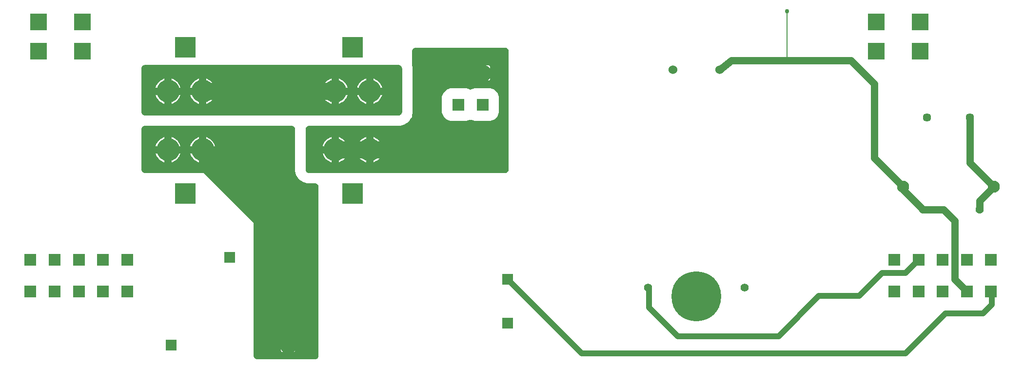
<source format=gbl>
G04 EAGLE Gerber RS-274X export*
G75*
%MOMM*%
%FSLAX34Y34*%
%LPD*%
%INBottom Copper*%
%IPPOS*%
%AMOC8*
5,1,8,0,0,1.08239X$1,22.5*%
G01*
%ADD10C,1.524000*%
%ADD11C,1.397000*%
%ADD12C,8.636000*%
%ADD13R,2.100000X2.100000*%
%ADD14C,1.450000*%
%ADD15C,2.100000*%
%ADD16C,1.430000*%
%ADD17R,1.905000X1.905000*%
%ADD18R,2.857500X2.857500*%
%ADD19C,4.000000*%
%ADD20R,3.556000X3.556000*%
%ADD21C,1.016000*%
%ADD22C,1.270000*%
%ADD23C,0.756400*%
%ADD24C,0.200000*%
%ADD25C,3.000000*%
%ADD26C,1.000000*%

G36*
X520003Y10161D02*
X520003Y10161D01*
X520006Y10161D01*
X520353Y10181D01*
X520711Y10201D01*
X520714Y10201D01*
X520717Y10201D01*
X521057Y10260D01*
X521414Y10320D01*
X521416Y10321D01*
X521419Y10321D01*
X521764Y10421D01*
X522098Y10517D01*
X522101Y10519D01*
X522104Y10519D01*
X522428Y10654D01*
X522756Y10790D01*
X522759Y10792D01*
X522761Y10793D01*
X523073Y10965D01*
X523380Y11135D01*
X523382Y11137D01*
X523385Y11138D01*
X523682Y11349D01*
X523961Y11547D01*
X523963Y11549D01*
X523965Y11551D01*
X524233Y11791D01*
X524492Y12022D01*
X524494Y12025D01*
X524496Y12026D01*
X524734Y12294D01*
X524966Y12554D01*
X524968Y12556D01*
X524970Y12558D01*
X525168Y12839D01*
X525378Y13135D01*
X525380Y13138D01*
X525381Y13140D01*
X525544Y13436D01*
X525722Y13759D01*
X525723Y13762D01*
X525725Y13764D01*
X525853Y14074D01*
X525994Y14417D01*
X525995Y14420D01*
X525996Y14423D01*
X526087Y14741D01*
X526191Y15102D01*
X526192Y15105D01*
X526192Y15107D01*
X526252Y15461D01*
X526310Y15804D01*
X526310Y15807D01*
X526311Y15810D01*
X526349Y16510D01*
X526349Y309300D01*
X526349Y309303D01*
X526349Y309306D01*
X526329Y309653D01*
X526309Y310011D01*
X526309Y310014D01*
X526309Y310017D01*
X526250Y310357D01*
X526190Y310714D01*
X526189Y310716D01*
X526189Y310719D01*
X526089Y311064D01*
X525993Y311398D01*
X525991Y311401D01*
X525991Y311404D01*
X525856Y311728D01*
X525720Y312056D01*
X525718Y312059D01*
X525717Y312061D01*
X525545Y312373D01*
X525375Y312680D01*
X525373Y312682D01*
X525372Y312685D01*
X525161Y312982D01*
X524963Y313261D01*
X524961Y313263D01*
X524959Y313265D01*
X524734Y313517D01*
X524488Y313792D01*
X524485Y313794D01*
X524484Y313796D01*
X524222Y314029D01*
X523956Y314266D01*
X523954Y314268D01*
X523952Y314270D01*
X523671Y314468D01*
X523375Y314678D01*
X523372Y314680D01*
X523370Y314681D01*
X523074Y314844D01*
X522751Y315022D01*
X522748Y315023D01*
X522746Y315025D01*
X522428Y315156D01*
X522093Y315294D01*
X522090Y315295D01*
X522087Y315296D01*
X521758Y315391D01*
X521408Y315491D01*
X521405Y315492D01*
X521403Y315492D01*
X521049Y315552D01*
X520706Y315610D01*
X520703Y315610D01*
X520700Y315611D01*
X520000Y315649D01*
X506794Y315649D01*
X500601Y317309D01*
X495048Y320515D01*
X490515Y325048D01*
X487309Y330601D01*
X485649Y336794D01*
X485649Y409300D01*
X485649Y409303D01*
X485649Y409306D01*
X485629Y409653D01*
X485609Y410011D01*
X485609Y410014D01*
X485609Y410017D01*
X485550Y410357D01*
X485490Y410714D01*
X485489Y410716D01*
X485489Y410719D01*
X485389Y411064D01*
X485293Y411398D01*
X485291Y411401D01*
X485291Y411404D01*
X485156Y411728D01*
X485020Y412056D01*
X485018Y412059D01*
X485017Y412061D01*
X484845Y412373D01*
X484675Y412680D01*
X484673Y412682D01*
X484672Y412685D01*
X484461Y412982D01*
X484263Y413261D01*
X484261Y413263D01*
X484259Y413265D01*
X484019Y413533D01*
X483788Y413792D01*
X483785Y413794D01*
X483784Y413796D01*
X483516Y414034D01*
X483256Y414266D01*
X483254Y414268D01*
X483252Y414270D01*
X482971Y414468D01*
X482675Y414678D01*
X482672Y414680D01*
X482670Y414681D01*
X482374Y414844D01*
X482051Y415022D01*
X482048Y415023D01*
X482046Y415025D01*
X481728Y415156D01*
X481393Y415294D01*
X481390Y415295D01*
X481387Y415296D01*
X481058Y415391D01*
X480708Y415491D01*
X480705Y415492D01*
X480703Y415492D01*
X480349Y415552D01*
X480006Y415610D01*
X480003Y415610D01*
X480000Y415611D01*
X479300Y415649D01*
X225000Y415649D01*
X224997Y415649D01*
X224994Y415649D01*
X224647Y415629D01*
X224289Y415609D01*
X224286Y415609D01*
X224283Y415609D01*
X223943Y415550D01*
X223586Y415490D01*
X223584Y415489D01*
X223581Y415489D01*
X223236Y415389D01*
X222902Y415293D01*
X222899Y415291D01*
X222896Y415291D01*
X222572Y415156D01*
X222244Y415020D01*
X222241Y415018D01*
X222239Y415017D01*
X221927Y414845D01*
X221620Y414675D01*
X221618Y414673D01*
X221615Y414672D01*
X221318Y414461D01*
X221039Y414263D01*
X221037Y414261D01*
X221035Y414259D01*
X220767Y414019D01*
X220508Y413788D01*
X220507Y413785D01*
X220504Y413784D01*
X220266Y413516D01*
X220034Y413256D01*
X220032Y413254D01*
X220030Y413252D01*
X219832Y412971D01*
X219622Y412675D01*
X219621Y412672D01*
X219619Y412670D01*
X219456Y412374D01*
X219278Y412051D01*
X219277Y412048D01*
X219275Y412046D01*
X219144Y411728D01*
X219006Y411393D01*
X219005Y411390D01*
X219004Y411387D01*
X218910Y411058D01*
X218809Y410708D01*
X218808Y410705D01*
X218808Y410703D01*
X218748Y410349D01*
X218690Y410006D01*
X218690Y410003D01*
X218689Y410000D01*
X218651Y409300D01*
X218651Y340000D01*
X218651Y339997D01*
X218651Y339994D01*
X218671Y339640D01*
X218691Y339289D01*
X218691Y339286D01*
X218691Y339283D01*
X218751Y338935D01*
X218810Y338586D01*
X218811Y338584D01*
X218811Y338581D01*
X218911Y338236D01*
X219007Y337902D01*
X219009Y337899D01*
X219009Y337896D01*
X219145Y337571D01*
X219280Y337244D01*
X219282Y337241D01*
X219283Y337239D01*
X219457Y336923D01*
X219625Y336620D01*
X219627Y336618D01*
X219628Y336615D01*
X219839Y336318D01*
X220038Y336039D01*
X220039Y336037D01*
X220041Y336035D01*
X220284Y335764D01*
X220512Y335508D01*
X220515Y335507D01*
X220516Y335504D01*
X220793Y335258D01*
X221044Y335034D01*
X221046Y335032D01*
X221048Y335030D01*
X221340Y334824D01*
X221625Y334622D01*
X221628Y334621D01*
X221630Y334619D01*
X221926Y334456D01*
X222249Y334278D01*
X222252Y334277D01*
X222254Y334275D01*
X222572Y334144D01*
X222907Y334006D01*
X222910Y334005D01*
X222913Y334004D01*
X223242Y333910D01*
X223592Y333809D01*
X223595Y333808D01*
X223598Y333808D01*
X223951Y333748D01*
X224294Y333690D01*
X224297Y333690D01*
X224300Y333689D01*
X225000Y333651D01*
X272063Y333651D01*
X272246Y333661D01*
X272429Y333661D01*
X272601Y333681D01*
X272774Y333691D01*
X272955Y333721D01*
X273137Y333742D01*
X273304Y333781D01*
X316695Y333781D01*
X316706Y333779D01*
X316875Y333740D01*
X317057Y333720D01*
X317237Y333689D01*
X317413Y333680D01*
X317583Y333661D01*
X317757Y333661D01*
X317937Y333651D01*
X327370Y333651D01*
X413651Y247370D01*
X413651Y16510D01*
X413651Y16507D01*
X413651Y16504D01*
X413671Y16157D01*
X413691Y15799D01*
X413691Y15796D01*
X413691Y15793D01*
X413751Y15442D01*
X413810Y15096D01*
X413811Y15094D01*
X413811Y15091D01*
X413915Y14734D01*
X414007Y14412D01*
X414009Y14409D01*
X414009Y14406D01*
X414147Y14076D01*
X414280Y13754D01*
X414282Y13751D01*
X414283Y13749D01*
X414455Y13437D01*
X414625Y13130D01*
X414627Y13128D01*
X414628Y13125D01*
X414843Y12823D01*
X415038Y12549D01*
X415039Y12547D01*
X415041Y12545D01*
X415281Y12277D01*
X415512Y12018D01*
X415515Y12016D01*
X415516Y12014D01*
X415784Y11776D01*
X416044Y11544D01*
X416046Y11542D01*
X416048Y11540D01*
X416329Y11342D01*
X416625Y11132D01*
X416628Y11130D01*
X416630Y11129D01*
X416926Y10966D01*
X417249Y10788D01*
X417252Y10787D01*
X417254Y10785D01*
X417572Y10654D01*
X417907Y10516D01*
X417910Y10515D01*
X417913Y10514D01*
X418242Y10419D01*
X418592Y10319D01*
X418595Y10318D01*
X418598Y10318D01*
X418951Y10258D01*
X419294Y10200D01*
X419297Y10200D01*
X419300Y10199D01*
X420000Y10161D01*
X520000Y10161D01*
X520003Y10161D01*
G37*
G36*
X562246Y333661D02*
X562246Y333661D01*
X562429Y333661D01*
X562601Y333681D01*
X562774Y333691D01*
X562955Y333721D01*
X563137Y333742D01*
X563304Y333781D01*
X606695Y333781D01*
X606706Y333779D01*
X606875Y333740D01*
X607057Y333720D01*
X607237Y333689D01*
X607413Y333680D01*
X607583Y333661D01*
X607757Y333661D01*
X607937Y333651D01*
X850000Y333651D01*
X850003Y333651D01*
X850006Y333651D01*
X850353Y333671D01*
X850711Y333691D01*
X850714Y333691D01*
X850717Y333691D01*
X851057Y333750D01*
X851414Y333810D01*
X851416Y333811D01*
X851419Y333811D01*
X851764Y333911D01*
X852098Y334007D01*
X852101Y334009D01*
X852104Y334009D01*
X852428Y334144D01*
X852756Y334280D01*
X852759Y334282D01*
X852761Y334283D01*
X853073Y334455D01*
X853380Y334625D01*
X853382Y334627D01*
X853385Y334628D01*
X853682Y334839D01*
X853961Y335038D01*
X853963Y335039D01*
X853965Y335041D01*
X854233Y335281D01*
X854492Y335512D01*
X854494Y335515D01*
X854496Y335516D01*
X854724Y335773D01*
X854966Y336044D01*
X854968Y336046D01*
X854970Y336048D01*
X855162Y336321D01*
X855378Y336625D01*
X855380Y336628D01*
X855381Y336630D01*
X855543Y336923D01*
X855722Y337249D01*
X855723Y337252D01*
X855725Y337254D01*
X855853Y337565D01*
X855994Y337907D01*
X855995Y337910D01*
X855996Y337913D01*
X856089Y338237D01*
X856191Y338592D01*
X856192Y338595D01*
X856192Y338598D01*
X856251Y338943D01*
X856310Y339294D01*
X856310Y339297D01*
X856311Y339300D01*
X856349Y340000D01*
X856349Y545000D01*
X856349Y545003D01*
X856349Y545006D01*
X856329Y545353D01*
X856309Y545711D01*
X856309Y545714D01*
X856309Y545717D01*
X856250Y546057D01*
X856190Y546414D01*
X856189Y546416D01*
X856189Y546419D01*
X856089Y546764D01*
X855993Y547098D01*
X855991Y547101D01*
X855991Y547104D01*
X855856Y547428D01*
X855720Y547756D01*
X855718Y547759D01*
X855717Y547761D01*
X855545Y548073D01*
X855375Y548380D01*
X855373Y548382D01*
X855372Y548385D01*
X855161Y548682D01*
X854963Y548961D01*
X854961Y548963D01*
X854959Y548965D01*
X854719Y549233D01*
X854488Y549492D01*
X854485Y549494D01*
X854484Y549496D01*
X854216Y549734D01*
X853956Y549966D01*
X853954Y549968D01*
X853952Y549970D01*
X853671Y550168D01*
X853375Y550378D01*
X853372Y550380D01*
X853370Y550381D01*
X853074Y550544D01*
X852751Y550722D01*
X852748Y550723D01*
X852746Y550725D01*
X852428Y550856D01*
X852093Y550994D01*
X852090Y550995D01*
X852087Y550996D01*
X851758Y551091D01*
X851408Y551191D01*
X851405Y551192D01*
X851403Y551192D01*
X851049Y551252D01*
X850706Y551310D01*
X850703Y551310D01*
X850700Y551311D01*
X850000Y551349D01*
X695000Y551349D01*
X694997Y551349D01*
X694994Y551349D01*
X694647Y551329D01*
X694289Y551309D01*
X694286Y551309D01*
X694283Y551309D01*
X693943Y551250D01*
X693586Y551190D01*
X693584Y551189D01*
X693581Y551189D01*
X693236Y551089D01*
X692902Y550993D01*
X692899Y550991D01*
X692896Y550991D01*
X692572Y550856D01*
X692244Y550720D01*
X692241Y550718D01*
X692239Y550717D01*
X691927Y550545D01*
X691620Y550375D01*
X691618Y550373D01*
X691615Y550372D01*
X691318Y550161D01*
X691039Y549963D01*
X691037Y549961D01*
X691035Y549959D01*
X690767Y549719D01*
X690508Y549488D01*
X690507Y549485D01*
X690504Y549484D01*
X690266Y549216D01*
X690034Y548956D01*
X690032Y548954D01*
X690030Y548952D01*
X689832Y548671D01*
X689622Y548375D01*
X689621Y548372D01*
X689619Y548370D01*
X689456Y548074D01*
X689278Y547751D01*
X689277Y547748D01*
X689275Y547746D01*
X689144Y547428D01*
X689006Y547093D01*
X689005Y547090D01*
X689004Y547087D01*
X688910Y546758D01*
X688809Y546408D01*
X688808Y546405D01*
X688808Y546403D01*
X688748Y546049D01*
X688690Y545706D01*
X688690Y545703D01*
X688689Y545700D01*
X688651Y545000D01*
X688651Y521654D01*
X688658Y521530D01*
X688656Y521406D01*
X688678Y521175D01*
X688691Y520943D01*
X688712Y520821D01*
X688723Y520697D01*
X688772Y520464D01*
X688810Y520240D01*
X688842Y520128D01*
X688867Y520011D01*
X689351Y518206D01*
X689351Y436794D01*
X688867Y434989D01*
X688842Y434868D01*
X688808Y434748D01*
X688769Y434520D01*
X688722Y434292D01*
X688710Y434168D01*
X688689Y434046D01*
X688676Y433808D01*
X688655Y433583D01*
X688657Y433466D01*
X688651Y433346D01*
X688651Y430510D01*
X688614Y430488D01*
X688409Y430375D01*
X688309Y430304D01*
X688204Y430240D01*
X688019Y430098D01*
X687828Y429963D01*
X687737Y429881D01*
X687640Y429806D01*
X687472Y429643D01*
X687297Y429488D01*
X687216Y429396D01*
X687127Y429311D01*
X686979Y429131D01*
X686823Y428956D01*
X686752Y428856D01*
X686674Y428761D01*
X686543Y428561D01*
X686411Y428375D01*
X686355Y428274D01*
X686290Y428175D01*
X684485Y425048D01*
X679952Y420515D01*
X674399Y417309D01*
X668206Y415649D01*
X510000Y415649D01*
X509997Y415649D01*
X509994Y415649D01*
X509647Y415629D01*
X509289Y415609D01*
X509286Y415609D01*
X509283Y415609D01*
X508943Y415550D01*
X508586Y415490D01*
X508584Y415489D01*
X508581Y415489D01*
X508236Y415389D01*
X507902Y415293D01*
X507899Y415291D01*
X507896Y415291D01*
X507572Y415156D01*
X507244Y415020D01*
X507241Y415018D01*
X507239Y415017D01*
X506927Y414845D01*
X506620Y414675D01*
X506618Y414673D01*
X506615Y414672D01*
X506318Y414461D01*
X506039Y414263D01*
X506037Y414261D01*
X506035Y414259D01*
X505765Y414017D01*
X505508Y413788D01*
X505507Y413785D01*
X505504Y413784D01*
X505266Y413516D01*
X505034Y413256D01*
X505032Y413254D01*
X505030Y413252D01*
X504832Y412971D01*
X504622Y412675D01*
X504621Y412672D01*
X504619Y412670D01*
X504456Y412374D01*
X504278Y412051D01*
X504277Y412048D01*
X504275Y412046D01*
X504144Y411728D01*
X504006Y411393D01*
X504005Y411390D01*
X504004Y411387D01*
X503910Y411058D01*
X503809Y410708D01*
X503808Y410705D01*
X503808Y410703D01*
X503744Y410326D01*
X503690Y410006D01*
X503690Y410003D01*
X503689Y410000D01*
X503651Y409300D01*
X503651Y340000D01*
X503651Y339997D01*
X503651Y339994D01*
X503671Y339640D01*
X503691Y339289D01*
X503691Y339286D01*
X503691Y339283D01*
X503750Y338943D01*
X503810Y338586D01*
X503811Y338584D01*
X503811Y338581D01*
X503911Y338236D01*
X504007Y337902D01*
X504009Y337899D01*
X504009Y337896D01*
X504144Y337572D01*
X504280Y337244D01*
X504282Y337241D01*
X504283Y337239D01*
X504457Y336923D01*
X504625Y336620D01*
X504627Y336618D01*
X504628Y336615D01*
X504839Y336318D01*
X505038Y336039D01*
X505039Y336037D01*
X505041Y336035D01*
X505284Y335764D01*
X505512Y335508D01*
X505515Y335507D01*
X505516Y335504D01*
X505790Y335261D01*
X506044Y335034D01*
X506046Y335032D01*
X506048Y335030D01*
X506340Y334824D01*
X506625Y334622D01*
X506628Y334621D01*
X506630Y334619D01*
X506926Y334456D01*
X507249Y334278D01*
X507252Y334277D01*
X507254Y334275D01*
X507572Y334144D01*
X507907Y334006D01*
X507910Y334005D01*
X507913Y334004D01*
X508242Y333910D01*
X508592Y333809D01*
X508595Y333808D01*
X508598Y333808D01*
X508951Y333748D01*
X509294Y333690D01*
X509297Y333690D01*
X509300Y333689D01*
X510000Y333651D01*
X562063Y333651D01*
X562246Y333661D01*
G37*
G36*
X665003Y433651D02*
X665003Y433651D01*
X665006Y433651D01*
X665353Y433671D01*
X665711Y433691D01*
X665714Y433691D01*
X665717Y433691D01*
X666057Y433750D01*
X666414Y433810D01*
X666416Y433811D01*
X666419Y433811D01*
X666764Y433911D01*
X667098Y434007D01*
X667101Y434009D01*
X667104Y434009D01*
X667428Y434144D01*
X667756Y434280D01*
X667759Y434282D01*
X667761Y434283D01*
X668073Y434455D01*
X668380Y434625D01*
X668382Y434627D01*
X668385Y434628D01*
X668682Y434839D01*
X668961Y435038D01*
X668963Y435039D01*
X668965Y435041D01*
X669233Y435281D01*
X669492Y435512D01*
X669494Y435515D01*
X669496Y435516D01*
X669734Y435784D01*
X669966Y436044D01*
X669968Y436046D01*
X669970Y436048D01*
X670168Y436329D01*
X670378Y436625D01*
X670380Y436628D01*
X670381Y436630D01*
X670544Y436926D01*
X670722Y437249D01*
X670723Y437252D01*
X670725Y437254D01*
X670856Y437572D01*
X670994Y437907D01*
X670995Y437910D01*
X670996Y437913D01*
X671091Y438242D01*
X671191Y438592D01*
X671192Y438595D01*
X671192Y438598D01*
X671252Y438951D01*
X671310Y439294D01*
X671310Y439297D01*
X671311Y439300D01*
X671349Y440000D01*
X671349Y515000D01*
X671349Y515003D01*
X671349Y515006D01*
X671329Y515353D01*
X671309Y515711D01*
X671309Y515714D01*
X671309Y515717D01*
X671250Y516057D01*
X671190Y516414D01*
X671189Y516416D01*
X671189Y516419D01*
X671089Y516764D01*
X670993Y517098D01*
X670991Y517101D01*
X670991Y517104D01*
X670856Y517428D01*
X670720Y517756D01*
X670718Y517759D01*
X670717Y517761D01*
X670545Y518073D01*
X670375Y518380D01*
X670373Y518382D01*
X670372Y518385D01*
X670161Y518682D01*
X669963Y518961D01*
X669961Y518963D01*
X669959Y518965D01*
X669719Y519233D01*
X669488Y519492D01*
X669485Y519494D01*
X669484Y519496D01*
X669216Y519734D01*
X668956Y519966D01*
X668954Y519968D01*
X668952Y519970D01*
X668671Y520168D01*
X668375Y520378D01*
X668372Y520380D01*
X668370Y520381D01*
X668074Y520544D01*
X667751Y520722D01*
X667748Y520723D01*
X667746Y520725D01*
X667428Y520856D01*
X667093Y520994D01*
X667090Y520995D01*
X667087Y520996D01*
X666758Y521091D01*
X666408Y521191D01*
X666405Y521192D01*
X666403Y521192D01*
X666049Y521252D01*
X665706Y521310D01*
X665703Y521310D01*
X665700Y521311D01*
X665000Y521349D01*
X225000Y521349D01*
X224997Y521349D01*
X224994Y521349D01*
X224647Y521329D01*
X224289Y521309D01*
X224286Y521309D01*
X224283Y521309D01*
X223943Y521250D01*
X223586Y521190D01*
X223584Y521189D01*
X223581Y521189D01*
X223236Y521089D01*
X222902Y520993D01*
X222899Y520991D01*
X222896Y520991D01*
X222572Y520856D01*
X222244Y520720D01*
X222241Y520718D01*
X222239Y520717D01*
X221927Y520545D01*
X221620Y520375D01*
X221618Y520373D01*
X221615Y520372D01*
X221318Y520161D01*
X221039Y519963D01*
X221037Y519961D01*
X221035Y519959D01*
X220767Y519719D01*
X220508Y519488D01*
X220507Y519485D01*
X220504Y519484D01*
X220266Y519216D01*
X220034Y518956D01*
X220032Y518954D01*
X220030Y518952D01*
X219832Y518671D01*
X219622Y518375D01*
X219621Y518372D01*
X219619Y518370D01*
X219456Y518074D01*
X219278Y517751D01*
X219277Y517748D01*
X219275Y517746D01*
X219144Y517428D01*
X219006Y517093D01*
X219005Y517090D01*
X219004Y517087D01*
X218910Y516758D01*
X218809Y516408D01*
X218808Y516405D01*
X218808Y516403D01*
X218748Y516049D01*
X218690Y515706D01*
X218690Y515703D01*
X218689Y515700D01*
X218651Y515000D01*
X218651Y440000D01*
X218651Y439997D01*
X218651Y439994D01*
X218671Y439647D01*
X218691Y439289D01*
X218691Y439286D01*
X218691Y439283D01*
X218750Y438943D01*
X218810Y438586D01*
X218811Y438584D01*
X218811Y438581D01*
X218911Y438236D01*
X219007Y437902D01*
X219009Y437899D01*
X219009Y437896D01*
X219144Y437572D01*
X219280Y437244D01*
X219282Y437241D01*
X219283Y437239D01*
X219455Y436927D01*
X219625Y436620D01*
X219627Y436618D01*
X219628Y436615D01*
X219839Y436318D01*
X220038Y436039D01*
X220039Y436037D01*
X220041Y436035D01*
X220281Y435767D01*
X220512Y435508D01*
X220515Y435507D01*
X220516Y435504D01*
X220784Y435266D01*
X221044Y435034D01*
X221046Y435032D01*
X221048Y435030D01*
X221329Y434832D01*
X221625Y434622D01*
X221628Y434621D01*
X221630Y434619D01*
X221926Y434456D01*
X222249Y434278D01*
X222252Y434277D01*
X222254Y434275D01*
X222572Y434144D01*
X222907Y434006D01*
X222910Y434005D01*
X222913Y434004D01*
X223242Y433910D01*
X223592Y433809D01*
X223595Y433808D01*
X223598Y433808D01*
X223951Y433748D01*
X224294Y433690D01*
X224297Y433690D01*
X224300Y433689D01*
X225000Y433651D01*
X665000Y433651D01*
X665003Y433651D01*
G37*
%LPC*%
G36*
X754919Y423999D02*
X754919Y423999D01*
X748303Y426740D01*
X743240Y431803D01*
X740499Y438419D01*
X740499Y466581D01*
X743240Y473197D01*
X748303Y478260D01*
X754919Y481001D01*
X783081Y481001D01*
X787570Y479141D01*
X787574Y479140D01*
X787578Y479138D01*
X787912Y479021D01*
X788243Y478906D01*
X788247Y478905D01*
X788251Y478903D01*
X788595Y478825D01*
X788937Y478747D01*
X788942Y478747D01*
X788946Y478746D01*
X789295Y478707D01*
X789645Y478668D01*
X789650Y478668D01*
X789654Y478667D01*
X790012Y478668D01*
X790358Y478668D01*
X790362Y478668D01*
X790366Y478668D01*
X790728Y478710D01*
X791066Y478748D01*
X791070Y478749D01*
X791074Y478749D01*
X791414Y478827D01*
X791760Y478907D01*
X791764Y478908D01*
X791768Y478909D01*
X792430Y479141D01*
X792432Y479142D01*
X792433Y479142D01*
X796919Y481001D01*
X825081Y481001D01*
X831697Y478260D01*
X836760Y473197D01*
X839501Y466581D01*
X839501Y438419D01*
X836760Y431803D01*
X831697Y426740D01*
X825081Y423999D01*
X796919Y423999D01*
X792430Y425859D01*
X792426Y425860D01*
X792422Y425862D01*
X792088Y425979D01*
X791757Y426094D01*
X791753Y426095D01*
X791749Y426097D01*
X791413Y426173D01*
X791063Y426253D01*
X791058Y426253D01*
X791054Y426254D01*
X790716Y426292D01*
X790355Y426332D01*
X790350Y426332D01*
X790346Y426333D01*
X789988Y426332D01*
X789642Y426332D01*
X789638Y426332D01*
X789634Y426332D01*
X789274Y426291D01*
X788934Y426252D01*
X788930Y426251D01*
X788926Y426251D01*
X788586Y426173D01*
X788240Y426093D01*
X788236Y426092D01*
X788232Y426091D01*
X787570Y425859D01*
X783081Y423999D01*
X754919Y423999D01*
G37*
%LPD*%
%LPC*%
G36*
X271349Y380549D02*
X271349Y380549D01*
X271349Y395859D01*
X273639Y395058D01*
X275921Y393959D01*
X278064Y392612D01*
X280044Y391034D01*
X281834Y389244D01*
X283412Y387264D01*
X284759Y385121D01*
X285858Y382839D01*
X286659Y380549D01*
X271349Y380549D01*
G37*
%LPD*%
%LPC*%
G36*
X621349Y482149D02*
X621349Y482149D01*
X621349Y497459D01*
X623639Y496658D01*
X625921Y495559D01*
X628064Y494212D01*
X630044Y492634D01*
X631834Y490844D01*
X633412Y488864D01*
X634759Y486721D01*
X635858Y484439D01*
X636659Y482149D01*
X621349Y482149D01*
G37*
%LPD*%
%LPC*%
G36*
X621349Y380549D02*
X621349Y380549D01*
X621349Y395859D01*
X623639Y395058D01*
X625921Y393959D01*
X628064Y392612D01*
X630044Y391034D01*
X631834Y389244D01*
X633412Y387264D01*
X634759Y385121D01*
X635858Y382839D01*
X636659Y380549D01*
X621349Y380549D01*
G37*
%LPD*%
%LPC*%
G36*
X271349Y482149D02*
X271349Y482149D01*
X271349Y497459D01*
X273639Y496658D01*
X275921Y495559D01*
X278064Y494212D01*
X280044Y492634D01*
X281834Y490844D01*
X283412Y488864D01*
X284759Y486721D01*
X285858Y484439D01*
X286659Y482149D01*
X271349Y482149D01*
G37*
%LPD*%
%LPC*%
G36*
X561349Y482149D02*
X561349Y482149D01*
X561349Y497459D01*
X563639Y496658D01*
X565921Y495559D01*
X568064Y494212D01*
X570044Y492634D01*
X571834Y490844D01*
X573412Y488864D01*
X574759Y486721D01*
X575858Y484439D01*
X576659Y482149D01*
X561349Y482149D01*
G37*
%LPD*%
%LPC*%
G36*
X331349Y482149D02*
X331349Y482149D01*
X331349Y497459D01*
X333639Y496658D01*
X335921Y495559D01*
X338064Y494212D01*
X340044Y492634D01*
X341834Y490844D01*
X343412Y488864D01*
X344759Y486721D01*
X345858Y484439D01*
X346659Y482149D01*
X331349Y482149D01*
G37*
%LPD*%
%LPC*%
G36*
X561349Y380549D02*
X561349Y380549D01*
X561349Y395859D01*
X563639Y395058D01*
X565921Y393959D01*
X568064Y392612D01*
X570044Y391034D01*
X571834Y389244D01*
X573412Y387264D01*
X574759Y385121D01*
X575858Y382839D01*
X576659Y380549D01*
X561349Y380549D01*
G37*
%LPD*%
%LPC*%
G36*
X331349Y380549D02*
X331349Y380549D01*
X331349Y395859D01*
X333639Y395058D01*
X335921Y393959D01*
X338064Y392612D01*
X340044Y391034D01*
X341834Y389244D01*
X343412Y387264D01*
X344759Y385121D01*
X345858Y382839D01*
X346659Y380549D01*
X331349Y380549D01*
G37*
%LPD*%
%LPC*%
G36*
X303341Y482149D02*
X303341Y482149D01*
X303412Y482352D01*
X304142Y484439D01*
X305241Y486721D01*
X305679Y487419D01*
X305680Y487419D01*
X305680Y487420D01*
X306588Y488864D01*
X308166Y490844D01*
X309956Y492634D01*
X311936Y494212D01*
X314079Y495559D01*
X316361Y496658D01*
X318651Y497459D01*
X318651Y482149D01*
X303341Y482149D01*
G37*
%LPD*%
%LPC*%
G36*
X533341Y482149D02*
X533341Y482149D01*
X533412Y482352D01*
X534142Y484439D01*
X535241Y486721D01*
X535679Y487419D01*
X535680Y487419D01*
X535680Y487420D01*
X536588Y488864D01*
X538166Y490844D01*
X539956Y492634D01*
X541936Y494212D01*
X544079Y495559D01*
X546361Y496658D01*
X548651Y497459D01*
X548651Y482149D01*
X533341Y482149D01*
G37*
%LPD*%
%LPC*%
G36*
X593341Y482149D02*
X593341Y482149D01*
X593412Y482352D01*
X594142Y484439D01*
X595241Y486721D01*
X595679Y487419D01*
X595680Y487419D01*
X595680Y487420D01*
X596588Y488864D01*
X598166Y490844D01*
X599956Y492634D01*
X601936Y494212D01*
X604079Y495559D01*
X606361Y496658D01*
X608651Y497459D01*
X608651Y482149D01*
X593341Y482149D01*
G37*
%LPD*%
%LPC*%
G36*
X243341Y482149D02*
X243341Y482149D01*
X243412Y482352D01*
X244142Y484439D01*
X245241Y486721D01*
X245679Y487419D01*
X245680Y487419D01*
X245680Y487420D01*
X246588Y488864D01*
X248166Y490844D01*
X249956Y492634D01*
X251936Y494212D01*
X254079Y495559D01*
X256361Y496658D01*
X258651Y497459D01*
X258651Y482149D01*
X243341Y482149D01*
G37*
%LPD*%
%LPC*%
G36*
X533341Y380549D02*
X533341Y380549D01*
X533972Y382352D01*
X534142Y382839D01*
X535241Y385121D01*
X536588Y387264D01*
X538166Y389244D01*
X539956Y391034D01*
X541936Y392612D01*
X544079Y393959D01*
X546361Y395058D01*
X548651Y395859D01*
X548651Y380549D01*
X533341Y380549D01*
G37*
%LPD*%
%LPC*%
G36*
X593341Y380549D02*
X593341Y380549D01*
X593972Y382352D01*
X594142Y382839D01*
X595241Y385121D01*
X596588Y387264D01*
X598166Y389244D01*
X599956Y391034D01*
X601936Y392612D01*
X604079Y393959D01*
X606361Y395058D01*
X608651Y395859D01*
X608651Y380549D01*
X593341Y380549D01*
G37*
%LPD*%
%LPC*%
G36*
X561349Y469451D02*
X561349Y469451D01*
X576659Y469451D01*
X575858Y467161D01*
X574759Y464879D01*
X573412Y462736D01*
X571834Y460756D01*
X570044Y458966D01*
X568064Y457388D01*
X565921Y456041D01*
X563639Y454942D01*
X561349Y454141D01*
X561349Y469451D01*
G37*
%LPD*%
%LPC*%
G36*
X243341Y380549D02*
X243341Y380549D01*
X244142Y382839D01*
X245241Y385121D01*
X246588Y387264D01*
X248166Y389244D01*
X249956Y391034D01*
X251936Y392612D01*
X254079Y393959D01*
X256361Y395058D01*
X258651Y395859D01*
X258651Y380549D01*
X243341Y380549D01*
G37*
%LPD*%
%LPC*%
G36*
X303341Y380549D02*
X303341Y380549D01*
X304142Y382839D01*
X305241Y385121D01*
X306588Y387264D01*
X308166Y389244D01*
X309956Y391034D01*
X311936Y392612D01*
X314079Y393959D01*
X316361Y395058D01*
X318651Y395859D01*
X318651Y380549D01*
X303341Y380549D01*
G37*
%LPD*%
%LPC*%
G36*
X621349Y469451D02*
X621349Y469451D01*
X636659Y469451D01*
X635858Y467161D01*
X634759Y464879D01*
X633412Y462736D01*
X631834Y460756D01*
X630044Y458966D01*
X628064Y457388D01*
X625921Y456041D01*
X623639Y454942D01*
X621349Y454141D01*
X621349Y469451D01*
G37*
%LPD*%
%LPC*%
G36*
X271349Y469451D02*
X271349Y469451D01*
X286659Y469451D01*
X285858Y467161D01*
X284759Y464879D01*
X283412Y462736D01*
X281834Y460756D01*
X280044Y458966D01*
X278064Y457388D01*
X275921Y456041D01*
X273639Y454942D01*
X271349Y454141D01*
X271349Y469451D01*
G37*
%LPD*%
%LPC*%
G36*
X331349Y469451D02*
X331349Y469451D01*
X346659Y469451D01*
X345858Y467161D01*
X344759Y464879D01*
X343412Y462736D01*
X341834Y460756D01*
X340044Y458966D01*
X338064Y457388D01*
X335921Y456041D01*
X333639Y454942D01*
X331349Y454141D01*
X331349Y469451D01*
G37*
%LPD*%
%LPC*%
G36*
X621349Y367851D02*
X621349Y367851D01*
X636659Y367851D01*
X636533Y367490D01*
X636533Y367489D01*
X635858Y365561D01*
X634759Y363279D01*
X634221Y362423D01*
X634220Y362422D01*
X633412Y361136D01*
X631834Y359156D01*
X630044Y357366D01*
X628064Y355788D01*
X625921Y354441D01*
X623639Y353342D01*
X621349Y352541D01*
X621349Y367851D01*
G37*
%LPD*%
%LPC*%
G36*
X561349Y367851D02*
X561349Y367851D01*
X576659Y367851D01*
X576533Y367490D01*
X576533Y367489D01*
X575858Y365561D01*
X574759Y363279D01*
X574221Y362423D01*
X574220Y362422D01*
X573412Y361136D01*
X571834Y359156D01*
X570044Y357366D01*
X568064Y355788D01*
X565921Y354441D01*
X563639Y353342D01*
X561349Y352541D01*
X561349Y367851D01*
G37*
%LPD*%
%LPC*%
G36*
X331349Y367851D02*
X331349Y367851D01*
X346659Y367851D01*
X345858Y365561D01*
X344759Y363279D01*
X344424Y362745D01*
X344423Y362744D01*
X343412Y361136D01*
X341834Y359156D01*
X340044Y357366D01*
X338064Y355788D01*
X335921Y354441D01*
X333639Y353342D01*
X331349Y352541D01*
X331349Y367851D01*
G37*
%LPD*%
%LPC*%
G36*
X271349Y367851D02*
X271349Y367851D01*
X286659Y367851D01*
X285858Y365561D01*
X284759Y363279D01*
X284424Y362745D01*
X284423Y362744D01*
X283412Y361136D01*
X281834Y359156D01*
X280044Y357366D01*
X278064Y355788D01*
X275921Y354441D01*
X273639Y353342D01*
X271349Y352541D01*
X271349Y367851D01*
G37*
%LPD*%
%LPC*%
G36*
X546361Y454942D02*
X546361Y454942D01*
X544079Y456041D01*
X541936Y457388D01*
X539956Y458966D01*
X538166Y460756D01*
X536588Y462736D01*
X535241Y464879D01*
X534142Y467161D01*
X533341Y469451D01*
X548651Y469451D01*
X548651Y454141D01*
X546361Y454942D01*
G37*
%LPD*%
%LPC*%
G36*
X606361Y454942D02*
X606361Y454942D01*
X604079Y456041D01*
X601936Y457388D01*
X599956Y458966D01*
X598166Y460756D01*
X596588Y462736D01*
X595241Y464879D01*
X594142Y467161D01*
X593341Y469451D01*
X608651Y469451D01*
X608651Y454141D01*
X606361Y454942D01*
G37*
%LPD*%
%LPC*%
G36*
X256361Y454942D02*
X256361Y454942D01*
X254079Y456041D01*
X251936Y457388D01*
X249956Y458966D01*
X248166Y460756D01*
X246588Y462736D01*
X245241Y464879D01*
X244142Y467161D01*
X243341Y469451D01*
X258651Y469451D01*
X258651Y454141D01*
X256361Y454942D01*
G37*
%LPD*%
%LPC*%
G36*
X316361Y454942D02*
X316361Y454942D01*
X314079Y456041D01*
X311936Y457388D01*
X309956Y458966D01*
X308166Y460756D01*
X306588Y462736D01*
X305241Y464879D01*
X304142Y467161D01*
X303341Y469451D01*
X318651Y469451D01*
X318651Y454141D01*
X316361Y454942D01*
G37*
%LPD*%
%LPC*%
G36*
X606361Y353342D02*
X606361Y353342D01*
X604079Y354441D01*
X601936Y355788D01*
X599956Y357366D01*
X598166Y359156D01*
X596588Y361136D01*
X595241Y363279D01*
X594142Y365561D01*
X593341Y367851D01*
X608651Y367851D01*
X608651Y352541D01*
X606361Y353342D01*
G37*
%LPD*%
%LPC*%
G36*
X546361Y353342D02*
X546361Y353342D01*
X544079Y354441D01*
X541936Y355788D01*
X539956Y357366D01*
X538166Y359156D01*
X536588Y361136D01*
X535241Y363279D01*
X534142Y365561D01*
X533341Y367851D01*
X548651Y367851D01*
X548651Y352541D01*
X546361Y353342D01*
G37*
%LPD*%
%LPC*%
G36*
X316361Y353342D02*
X316361Y353342D01*
X314079Y354441D01*
X311936Y355788D01*
X309956Y357366D01*
X308166Y359156D01*
X306588Y361136D01*
X305241Y363279D01*
X304142Y365561D01*
X303341Y367851D01*
X318651Y367851D01*
X318651Y352541D01*
X316361Y353342D01*
G37*
%LPD*%
%LPC*%
G36*
X256361Y353342D02*
X256361Y353342D01*
X254079Y354441D01*
X251936Y355788D01*
X249956Y357366D01*
X248166Y359156D01*
X246588Y361136D01*
X245241Y363279D01*
X244142Y365561D01*
X243341Y367851D01*
X258651Y367851D01*
X258651Y352541D01*
X256361Y353342D01*
G37*
%LPD*%
%LPC*%
G36*
X775349Y513849D02*
X775349Y513849D01*
X775349Y520541D01*
X779750Y520541D01*
X780241Y520443D01*
X780704Y520252D01*
X781120Y519973D01*
X781473Y519620D01*
X781752Y519204D01*
X781943Y518741D01*
X782041Y518250D01*
X782041Y513849D01*
X775349Y513849D01*
G37*
%LPD*%
%LPC*%
G36*
X817349Y513849D02*
X817349Y513849D01*
X817349Y520541D01*
X821750Y520541D01*
X822241Y520443D01*
X822704Y520252D01*
X823120Y519973D01*
X823473Y519620D01*
X823752Y519204D01*
X823943Y518741D01*
X824041Y518250D01*
X824041Y513849D01*
X817349Y513849D01*
G37*
%LPD*%
%LPC*%
G36*
X817349Y494459D02*
X817349Y494459D01*
X817349Y501151D01*
X824041Y501151D01*
X824041Y496750D01*
X823943Y496259D01*
X823752Y495796D01*
X823473Y495380D01*
X823120Y495027D01*
X822704Y494748D01*
X822241Y494557D01*
X821750Y494459D01*
X817349Y494459D01*
G37*
%LPD*%
%LPC*%
G36*
X797959Y513849D02*
X797959Y513849D01*
X797959Y518250D01*
X798057Y518741D01*
X798248Y519204D01*
X798527Y519620D01*
X798880Y519973D01*
X799296Y520252D01*
X799759Y520443D01*
X800250Y520541D01*
X804651Y520541D01*
X804651Y513849D01*
X797959Y513849D01*
G37*
%LPD*%
%LPC*%
G36*
X755959Y513849D02*
X755959Y513849D01*
X755959Y518250D01*
X756057Y518741D01*
X756248Y519204D01*
X756527Y519620D01*
X756880Y519973D01*
X757296Y520252D01*
X757759Y520443D01*
X758250Y520541D01*
X762651Y520541D01*
X762651Y513849D01*
X755959Y513849D01*
G37*
%LPD*%
%LPC*%
G36*
X775349Y494459D02*
X775349Y494459D01*
X775349Y501151D01*
X782041Y501151D01*
X782041Y496750D01*
X781943Y496259D01*
X781752Y495796D01*
X781473Y495380D01*
X781120Y495027D01*
X780704Y494748D01*
X780241Y494557D01*
X779750Y494459D01*
X775349Y494459D01*
G37*
%LPD*%
%LPC*%
G36*
X800250Y494459D02*
X800250Y494459D01*
X799759Y494557D01*
X799296Y494748D01*
X798880Y495027D01*
X798527Y495380D01*
X798248Y495796D01*
X798057Y496259D01*
X797959Y496750D01*
X797959Y501151D01*
X804651Y501151D01*
X804651Y494459D01*
X800250Y494459D01*
G37*
%LPD*%
%LPC*%
G36*
X758250Y494459D02*
X758250Y494459D01*
X757759Y494557D01*
X757296Y494748D01*
X756880Y495027D01*
X756527Y495380D01*
X756248Y495796D01*
X756057Y496259D01*
X755959Y496750D01*
X755959Y501151D01*
X762651Y501151D01*
X762651Y494459D01*
X758250Y494459D01*
G37*
%LPD*%
%LPC*%
G36*
X479549Y41349D02*
X479549Y41349D01*
X479549Y47066D01*
X482975Y47066D01*
X483466Y46968D01*
X483929Y46777D01*
X484345Y46498D01*
X484698Y46145D01*
X484977Y45729D01*
X485168Y45266D01*
X485266Y44775D01*
X485266Y41349D01*
X479549Y41349D01*
G37*
%LPD*%
%LPC*%
G36*
X461134Y41349D02*
X461134Y41349D01*
X461134Y44775D01*
X461232Y45266D01*
X461423Y45729D01*
X461702Y46145D01*
X462055Y46498D01*
X462471Y46777D01*
X462934Y46968D01*
X463425Y47066D01*
X466851Y47066D01*
X466851Y41349D01*
X461134Y41349D01*
G37*
%LPD*%
%LPC*%
G36*
X479549Y22934D02*
X479549Y22934D01*
X479549Y28651D01*
X485266Y28651D01*
X485266Y25225D01*
X485168Y24734D01*
X484977Y24271D01*
X484698Y23855D01*
X484345Y23502D01*
X483929Y23223D01*
X483466Y23032D01*
X482975Y22934D01*
X479549Y22934D01*
G37*
%LPD*%
%LPC*%
G36*
X463425Y22934D02*
X463425Y22934D01*
X462934Y23032D01*
X462471Y23223D01*
X462055Y23502D01*
X461702Y23855D01*
X461423Y24271D01*
X461232Y24734D01*
X461134Y25225D01*
X461134Y28651D01*
X466851Y28651D01*
X466851Y22934D01*
X463425Y22934D01*
G37*
%LPD*%
D10*
X1223140Y512900D03*
X1141860Y512900D03*
D11*
X1266320Y134440D03*
X1098680Y134440D03*
D12*
X1182500Y119200D03*
D13*
X1694000Y127900D03*
X1652000Y127900D03*
X1610000Y127900D03*
X1568000Y127900D03*
X1526000Y127900D03*
X1568000Y182900D03*
X1526000Y182900D03*
X1610000Y182900D03*
X1652000Y182900D03*
X1694000Y182900D03*
D14*
X1657500Y430000D03*
X1582500Y430000D03*
D15*
X1541500Y310000D03*
X1698500Y310000D03*
D16*
X1576200Y270000D03*
X1673800Y270000D03*
D13*
X811000Y452500D03*
X769000Y452500D03*
X769000Y507500D03*
X811000Y507500D03*
D17*
X270000Y35000D03*
X473200Y35000D03*
X371600Y187400D03*
X854200Y149300D03*
X854200Y73100D03*
D13*
X194000Y127900D03*
X152000Y127900D03*
X110000Y127900D03*
X68000Y127900D03*
X26000Y127900D03*
X68000Y182900D03*
X26000Y182900D03*
X110000Y182900D03*
X152000Y182900D03*
X194000Y182900D03*
D18*
X40000Y595800D03*
X116200Y595800D03*
X116200Y545000D03*
X40000Y545000D03*
X1495000Y595800D03*
X1571200Y595800D03*
X1571200Y545000D03*
X1495000Y545000D03*
D19*
X555000Y374200D03*
X555000Y475800D03*
X325000Y475800D03*
X325000Y374200D03*
D20*
X585000Y552000D03*
X585000Y298000D03*
X295000Y298000D03*
X295000Y552000D03*
D19*
X615000Y374200D03*
X615000Y475800D03*
X265000Y475800D03*
X265000Y374200D03*
D21*
X1098680Y134440D02*
X1100000Y129320D01*
X1100000Y100000D01*
X1150000Y50000D01*
X1325000Y50000D01*
X1395000Y120000D01*
X1545100Y160000D02*
X1568000Y182900D01*
X1465000Y120000D02*
X1395000Y120000D01*
X1465000Y120000D02*
X1505000Y160000D01*
X1545100Y160000D01*
D22*
X1630950Y148950D02*
X1630950Y250250D01*
X1450900Y529100D02*
X1340000Y529100D01*
X1243140Y529100D01*
X1223140Y512900D01*
X1491500Y488500D02*
X1491500Y360000D01*
X1541500Y310000D01*
X1491500Y488500D02*
X1450900Y529100D01*
X1541500Y310000D02*
X1541500Y304700D01*
X1576200Y270000D01*
X1611200Y270000D01*
X1630950Y250250D01*
X1630950Y148950D02*
X1652000Y127900D01*
D23*
X1340000Y615000D03*
D24*
X1340000Y529100D01*
D22*
X1673800Y285300D02*
X1673800Y270000D01*
X1673800Y285300D02*
X1698500Y310000D01*
X1657500Y351000D01*
X1657500Y430000D01*
D25*
X325800Y374200D02*
X325000Y374200D01*
X473200Y226800D02*
X473200Y35000D01*
X473200Y226800D02*
X325800Y374200D01*
D26*
X854200Y149300D02*
X983500Y20000D01*
X1545000Y20000D01*
D21*
X1680000Y90000D02*
X1695000Y105000D01*
X1695000Y126900D01*
X1694000Y127900D01*
X1615000Y90000D02*
X1545000Y20000D01*
X1615000Y90000D02*
X1680000Y90000D01*
D25*
X674200Y374200D02*
X555000Y374200D01*
X674200Y374200D02*
X710000Y410000D01*
X769000Y507500D02*
X811000Y507500D01*
X769000Y507500D02*
X729000Y507500D01*
X710000Y488500D01*
X710000Y410000D01*
X555000Y475800D02*
X325000Y475800D01*
M02*

</source>
